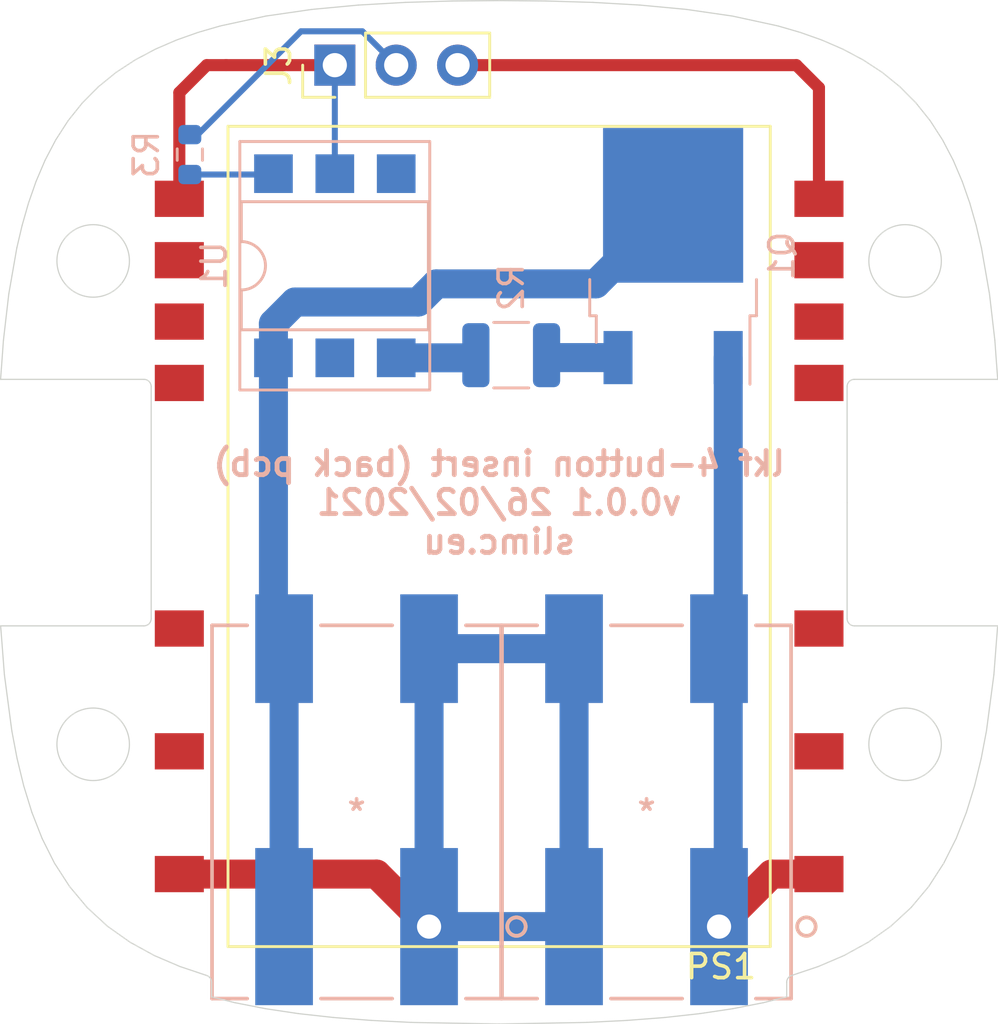
<source format=kicad_pcb>
(kicad_pcb (version 20171130) (host pcbnew 5.1.9-73d0e3b20d~88~ubuntu20.04.1)

  (general
    (thickness 1.6)
    (drawings 109)
    (tracks 40)
    (zones 0)
    (modules 8)
    (nets 12)
  )

  (page A4)
  (layers
    (0 F.Cu signal)
    (31 B.Cu signal)
    (32 B.Adhes user)
    (33 F.Adhes user)
    (34 B.Paste user)
    (35 F.Paste user)
    (36 B.SilkS user)
    (37 F.SilkS user)
    (38 B.Mask user)
    (39 F.Mask user)
    (40 Dwgs.User user)
    (41 Cmts.User user)
    (42 Eco1.User user)
    (43 Eco2.User user)
    (44 Edge.Cuts user)
    (45 Margin user)
    (46 B.CrtYd user)
    (47 F.CrtYd user)
    (48 B.Fab user)
    (49 F.Fab user)
  )

  (setup
    (last_trace_width 1.2)
    (user_trace_width 0.5)
    (user_trace_width 1.2)
    (user_trace_width 2)
    (trace_clearance 0.2)
    (zone_clearance 0.508)
    (zone_45_only no)
    (trace_min 0.2)
    (via_size 0.8)
    (via_drill 0.4)
    (via_min_size 0.4)
    (via_min_drill 0.3)
    (uvia_size 0.3)
    (uvia_drill 0.1)
    (uvias_allowed no)
    (uvia_min_size 0.2)
    (uvia_min_drill 0.1)
    (edge_width 0.05)
    (segment_width 0.2)
    (pcb_text_width 0.3)
    (pcb_text_size 1.5 1.5)
    (mod_edge_width 0.12)
    (mod_text_size 1 1)
    (mod_text_width 0.15)
    (pad_size 1 1)
    (pad_drill 0)
    (pad_to_mask_clearance 0.051)
    (solder_mask_min_width 0.25)
    (aux_axis_origin 0 0)
    (grid_origin 78.3 43.85)
    (visible_elements FFFFFF7F)
    (pcbplotparams
      (layerselection 0x010fc_ffffffff)
      (usegerberextensions false)
      (usegerberattributes false)
      (usegerberadvancedattributes false)
      (creategerberjobfile false)
      (excludeedgelayer true)
      (linewidth 0.100000)
      (plotframeref false)
      (viasonmask false)
      (mode 1)
      (useauxorigin false)
      (hpglpennumber 1)
      (hpglpenspeed 20)
      (hpglpendiameter 15.000000)
      (psnegative false)
      (psa4output false)
      (plotreference true)
      (plotvalue true)
      (plotinvisibletext false)
      (padsonsilk false)
      (subtractmaskfromsilk false)
      (outputformat 1)
      (mirror false)
      (drillshape 1)
      (scaleselection 1)
      (outputdirectory ""))
  )

  (net 0 "")
  (net 1 GND)
  (net 2 +3V3)
  (net 3 "Net-(J1-Pad2)")
  (net 4 "Net-(J1-Pad1)")
  (net 5 "Net-(Q1-Pad3)")
  (net 6 "Net-(J2-Pad1)")
  (net 7 "Net-(R2-Pad2)")
  (net 8 "Net-(R3-Pad1)")
  (net 9 "Net-(U1-Pad3)")
  (net 10 "Net-(U1-Pad5)")
  (net 11 "Net-(J3-Pad2)")

  (net_class Default "This is the default net class."
    (clearance 0.2)
    (trace_width 0.25)
    (via_dia 0.8)
    (via_drill 0.4)
    (uvia_dia 0.3)
    (uvia_drill 0.1)
    (add_net +3V3)
    (add_net GND)
    (add_net "Net-(J1-Pad1)")
    (add_net "Net-(J1-Pad2)")
    (add_net "Net-(J2-Pad1)")
    (add_net "Net-(J3-Pad2)")
    (add_net "Net-(Q1-Pad3)")
    (add_net "Net-(R2-Pad2)")
    (add_net "Net-(R3-Pad1)")
    (add_net "Net-(U1-Pad3)")
    (add_net "Net-(U1-Pad5)")
  )

  (module Resistor_SMD:R_1210_3225Metric (layer B.Cu) (tedit 5F68FEEE) (tstamp 6038C14E)
    (at 78.8 37.75 180)
    (descr "Resistor SMD 1210 (3225 Metric), square (rectangular) end terminal, IPC_7351 nominal, (Body size source: IPC-SM-782 page 72, https://www.pcb-3d.com/wordpress/wp-content/uploads/ipc-sm-782a_amendment_1_and_2.pdf), generated with kicad-footprint-generator")
    (tags resistor)
    (path /604BA65D)
    (attr smd)
    (fp_text reference R2 (at 0 2.8 90) (layer B.SilkS)
      (effects (font (size 1 1) (thickness 0.15)) (justify mirror))
    )
    (fp_text value 330R (at 0 -2.28 90) (layer B.Fab)
      (effects (font (size 1 1) (thickness 0.15)) (justify mirror))
    )
    (fp_line (start -1.6 -1.245) (end -1.6 1.245) (layer B.Fab) (width 0.1))
    (fp_line (start -1.6 1.245) (end 1.6 1.245) (layer B.Fab) (width 0.1))
    (fp_line (start 1.6 1.245) (end 1.6 -1.245) (layer B.Fab) (width 0.1))
    (fp_line (start 1.6 -1.245) (end -1.6 -1.245) (layer B.Fab) (width 0.1))
    (fp_line (start -0.723737 1.355) (end 0.723737 1.355) (layer B.SilkS) (width 0.12))
    (fp_line (start -0.723737 -1.355) (end 0.723737 -1.355) (layer B.SilkS) (width 0.12))
    (fp_line (start -2.28 -1.58) (end -2.28 1.58) (layer B.CrtYd) (width 0.05))
    (fp_line (start -2.28 1.58) (end 2.28 1.58) (layer B.CrtYd) (width 0.05))
    (fp_line (start 2.28 1.58) (end 2.28 -1.58) (layer B.CrtYd) (width 0.05))
    (fp_line (start 2.28 -1.58) (end -2.28 -1.58) (layer B.CrtYd) (width 0.05))
    (fp_text user %R (at 0 0) (layer B.Fab)
      (effects (font (size 0.8 0.8) (thickness 0.12)) (justify mirror))
    )
    (pad 2 smd roundrect (at 1.4625 0 180) (size 1.125 2.65) (layers B.Cu B.Paste B.Mask) (roundrect_rratio 0.222222)
      (net 7 "Net-(R2-Pad2)"))
    (pad 1 smd roundrect (at -1.4625 0 180) (size 1.125 2.65) (layers B.Cu B.Paste B.Mask) (roundrect_rratio 0.222222)
      (net 5 "Net-(Q1-Pad3)"))
    (model ${KISYS3DMOD}/Resistor_SMD.3dshapes/R_1210_3225Metric.wrl
      (at (xyz 0 0 0))
      (scale (xyz 1 1 1))
      (rotate (xyz 0 0 0))
    )
  )

  (module WAGO_2061_602:2061-602_998-404 (layer B.Cu) (tedit 60356F0F) (tstamp 60384BC1)
    (at 84.4 56.65 180)
    (path /603E8E83)
    (fp_text reference J2 (at 0 1.006551) (layer B.SilkS) hide
      (effects (font (size 1 1) (thickness 0.15)) (justify mirror))
    )
    (fp_text value Mains_In_Conn (at 0 1.006551) (layer B.SilkS) hide
      (effects (font (size 1 1) (thickness 0.15)) (justify mirror))
    )
    (fp_circle (center -3.000002 1.006551) (end -2.619002 1.006551) (layer B.Fab) (width 0.1524))
    (fp_circle (center -6.6167 -4.743448) (end -6.2357 -4.743448) (layer F.SilkS) (width 0.1524))
    (fp_circle (center -6.6167 -4.743448) (end -6.2357 -4.743448) (layer B.SilkS) (width 0.1524))
    (fp_line (start 4.408351 -8.233083) (end 4.408351 -7.795766) (layer B.CrtYd) (width 0.1524))
    (fp_line (start 4.408351 -8.233083) (end 4.408351 -8.233083) (layer B.CrtYd) (width 0.1524))
    (fp_line (start 4.408351 -8.233083) (end 4.408351 -8.233083) (layer B.CrtYd) (width 0.1524))
    (fp_line (start 4.408351 -8.233083) (end 4.408351 -8.233083) (layer B.CrtYd) (width 0.1524))
    (fp_line (start -1.718652 -8.233083) (end 4.408351 -8.233083) (layer B.CrtYd) (width 0.1524))
    (fp_line (start -4.408352 -8.233082) (end -1.718652 -8.233083) (layer B.CrtYd) (width 0.1524))
    (fp_line (start -4.408352 -7.795764) (end -4.408352 -8.233082) (layer B.CrtYd) (width 0.1524))
    (fp_line (start -6.009778 -7.795763) (end -4.408352 -7.795764) (layer B.CrtYd) (width 0.1524))
    (fp_line (start -6.009778 7.795764) (end -6.009778 -7.795763) (layer B.CrtYd) (width 0.1524))
    (fp_line (start -4.439936 7.795764) (end -6.009778 7.795764) (layer B.CrtYd) (width 0.1524))
    (fp_line (start -4.439936 9.228777) (end -4.439936 7.795764) (layer B.CrtYd) (width 0.1524))
    (fp_line (start -4.439936 9.228777) (end -4.439936 9.228777) (layer B.CrtYd) (width 0.1524))
    (fp_line (start -4.439936 9.228777) (end -4.439936 9.228777) (layer B.CrtYd) (width 0.1524))
    (fp_line (start -4.439936 9.228777) (end -4.439936 9.228777) (layer B.CrtYd) (width 0.1524))
    (fp_line (start 1.687067 9.228777) (end -4.439936 9.228777) (layer B.CrtYd) (width 0.1524))
    (fp_line (start 4.312936 9.228777) (end 1.687067 9.228777) (layer B.CrtYd) (width 0.1524))
    (fp_line (start 4.312936 7.795764) (end 4.312936 9.228777) (layer B.CrtYd) (width 0.1524))
    (fp_line (start 6.009778 7.795764) (end 4.312936 7.795764) (layer B.CrtYd) (width 0.1524))
    (fp_line (start 6.009775 -7.795766) (end 6.009778 7.795764) (layer B.CrtYd) (width 0.1524))
    (fp_line (start 4.408351 -7.795766) (end 6.009775 -7.795766) (layer B.CrtYd) (width 0.1524))
    (fp_line (start -5.8547 7.5946) (end -5.8547 -7.5946) (layer B.Fab) (width 0.1524))
    (fp_line (start 5.8547 7.5946) (end -5.8547 7.5946) (layer B.Fab) (width 0.1524))
    (fp_line (start 5.8547 -7.5946) (end 5.8547 7.5946) (layer B.Fab) (width 0.1524))
    (fp_line (start -5.8547 -7.5946) (end 5.8547 -7.5946) (layer B.Fab) (width 0.1524))
    (fp_line (start -5.9817 7.7216) (end -5.9817 -7.7216) (layer B.SilkS) (width 0.1524))
    (fp_line (start 5.9817 7.7216) (end 4.526542 7.7216) (layer B.SilkS) (width 0.1524))
    (fp_line (start 5.9817 -7.7216) (end 5.9817 7.7216) (layer B.SilkS) (width 0.1524))
    (fp_line (start -5.9817 -7.7216) (end -4.526542 -7.7216) (layer B.SilkS) (width 0.1524))
    (fp_line (start 1.473462 7.7216) (end -1.473462 7.7216) (layer B.SilkS) (width 0.1524))
    (fp_line (start -4.526542 7.7216) (end -5.9817 7.7216) (layer B.SilkS) (width 0.1524))
    (fp_line (start 4.526542 -7.7216) (end 5.9817 -7.7216) (layer B.SilkS) (width 0.1524))
    (fp_line (start -1.473462 -7.7216) (end 1.473462 -7.7216) (layer B.SilkS) (width 0.1524))
    (fp_text user * (at 0 0) (layer B.Fab)
      (effects (font (size 1 1) (thickness 0.15)) (justify mirror))
    )
    (fp_text user * (at 0 0) (layer B.SilkS)
      (effects (font (size 1 1) (thickness 0.15)) (justify mirror))
    )
    (fp_text user "Copyright 2016 Accelerated Designs. All rights reserved." (at 0 0) (layer Cmts.User)
      (effects (font (size 0.127 0.127) (thickness 0.002)))
    )
    (pad 2 smd rect (at 3.000002 6.75655 180) (size 2.3876 4.4958) (layers B.Cu B.Paste B.Mask)
      (net 4 "Net-(J1-Pad1)"))
    (pad 1 smd rect (at -3.000002 6.75655 180) (size 2.3876 4.4958) (layers B.Cu B.Paste B.Mask)
      (net 6 "Net-(J2-Pad1)"))
    (pad 2 smd rect (at 3.000002 -4.743448 180) (size 2.3876 6.5024) (layers B.Cu B.Paste B.Mask)
      (net 4 "Net-(J1-Pad1)"))
    (pad 1 smd rect (at -3.000002 -4.743448 180) (size 2.3876 6.5024) (layers B.Cu B.Paste B.Mask)
      (net 6 "Net-(J2-Pad1)"))
    (model /home/christian/Projects/smart-home-projects/utilities/kicad-libs/WAGO_2061_602/WAGO_2061_602.models/2061-602_998-404.stp
      (offset (xyz 5.8 -7.4 0))
      (scale (xyz 1 1 1))
      (rotate (xyz -90 0 90))
    )
  )

  (module WAGO_2061_602:2061-602_998-404 (layer B.Cu) (tedit 60356F0F) (tstamp 60384CEA)
    (at 72.4 56.65 180)
    (path /603ED863)
    (fp_text reference J1 (at 0 1.006551) (layer B.SilkS) hide
      (effects (font (size 1 1) (thickness 0.15)) (justify mirror))
    )
    (fp_text value Mains_Out_Conn (at 0 1.006551) (layer B.SilkS) hide
      (effects (font (size 1 1) (thickness 0.15)) (justify mirror))
    )
    (fp_circle (center -3.000002 1.006551) (end -2.619002 1.006551) (layer B.Fab) (width 0.1524))
    (fp_circle (center -6.6167 -4.743448) (end -6.2357 -4.743448) (layer F.SilkS) (width 0.1524))
    (fp_circle (center -6.6167 -4.743448) (end -6.2357 -4.743448) (layer B.SilkS) (width 0.1524))
    (fp_line (start 4.408351 -8.233083) (end 4.408351 -7.795766) (layer B.CrtYd) (width 0.1524))
    (fp_line (start 4.408351 -8.233083) (end 4.408351 -8.233083) (layer B.CrtYd) (width 0.1524))
    (fp_line (start 4.408351 -8.233083) (end 4.408351 -8.233083) (layer B.CrtYd) (width 0.1524))
    (fp_line (start 4.408351 -8.233083) (end 4.408351 -8.233083) (layer B.CrtYd) (width 0.1524))
    (fp_line (start -1.718652 -8.233083) (end 4.408351 -8.233083) (layer B.CrtYd) (width 0.1524))
    (fp_line (start -4.408352 -8.233082) (end -1.718652 -8.233083) (layer B.CrtYd) (width 0.1524))
    (fp_line (start -4.408352 -7.795764) (end -4.408352 -8.233082) (layer B.CrtYd) (width 0.1524))
    (fp_line (start -6.009778 -7.795763) (end -4.408352 -7.795764) (layer B.CrtYd) (width 0.1524))
    (fp_line (start -6.009778 7.795764) (end -6.009778 -7.795763) (layer B.CrtYd) (width 0.1524))
    (fp_line (start -4.439936 7.795764) (end -6.009778 7.795764) (layer B.CrtYd) (width 0.1524))
    (fp_line (start -4.439936 9.228777) (end -4.439936 7.795764) (layer B.CrtYd) (width 0.1524))
    (fp_line (start -4.439936 9.228777) (end -4.439936 9.228777) (layer B.CrtYd) (width 0.1524))
    (fp_line (start -4.439936 9.228777) (end -4.439936 9.228777) (layer B.CrtYd) (width 0.1524))
    (fp_line (start -4.439936 9.228777) (end -4.439936 9.228777) (layer B.CrtYd) (width 0.1524))
    (fp_line (start 1.687067 9.228777) (end -4.439936 9.228777) (layer B.CrtYd) (width 0.1524))
    (fp_line (start 4.312936 9.228777) (end 1.687067 9.228777) (layer B.CrtYd) (width 0.1524))
    (fp_line (start 4.312936 7.795764) (end 4.312936 9.228777) (layer B.CrtYd) (width 0.1524))
    (fp_line (start 6.009778 7.795764) (end 4.312936 7.795764) (layer B.CrtYd) (width 0.1524))
    (fp_line (start 6.009775 -7.795766) (end 6.009778 7.795764) (layer B.CrtYd) (width 0.1524))
    (fp_line (start 4.408351 -7.795766) (end 6.009775 -7.795766) (layer B.CrtYd) (width 0.1524))
    (fp_line (start -5.8547 7.5946) (end -5.8547 -7.5946) (layer B.Fab) (width 0.1524))
    (fp_line (start 5.8547 7.5946) (end -5.8547 7.5946) (layer B.Fab) (width 0.1524))
    (fp_line (start 5.8547 -7.5946) (end 5.8547 7.5946) (layer B.Fab) (width 0.1524))
    (fp_line (start -5.8547 -7.5946) (end 5.8547 -7.5946) (layer B.Fab) (width 0.1524))
    (fp_line (start -5.9817 7.7216) (end -5.9817 -7.7216) (layer B.SilkS) (width 0.1524))
    (fp_line (start 5.9817 7.7216) (end 4.526542 7.7216) (layer B.SilkS) (width 0.1524))
    (fp_line (start 5.9817 -7.7216) (end 5.9817 7.7216) (layer B.SilkS) (width 0.1524))
    (fp_line (start -5.9817 -7.7216) (end -4.526542 -7.7216) (layer B.SilkS) (width 0.1524))
    (fp_line (start 1.473462 7.7216) (end -1.473462 7.7216) (layer B.SilkS) (width 0.1524))
    (fp_line (start -4.526542 7.7216) (end -5.9817 7.7216) (layer B.SilkS) (width 0.1524))
    (fp_line (start 4.526542 -7.7216) (end 5.9817 -7.7216) (layer B.SilkS) (width 0.1524))
    (fp_line (start -1.473462 -7.7216) (end 1.473462 -7.7216) (layer B.SilkS) (width 0.1524))
    (fp_text user * (at 0 0 180) (layer B.Fab)
      (effects (font (size 1 1) (thickness 0.15)) (justify mirror))
    )
    (fp_text user * (at 0 0 180) (layer B.SilkS)
      (effects (font (size 1 1) (thickness 0.15)) (justify mirror))
    )
    (fp_text user "Copyright 2016 Accelerated Designs. All rights reserved." (at 0 0) (layer Cmts.User)
      (effects (font (size 0.127 0.127) (thickness 0.002)))
    )
    (pad 2 smd rect (at 3.000002 6.75655 180) (size 2.3876 4.4958) (layers B.Cu B.Paste B.Mask)
      (net 3 "Net-(J1-Pad2)"))
    (pad 1 smd rect (at -3.000002 6.75655 180) (size 2.3876 4.4958) (layers B.Cu B.Paste B.Mask)
      (net 4 "Net-(J1-Pad1)"))
    (pad 2 smd rect (at 3.000002 -4.743448 180) (size 2.3876 6.5024) (layers B.Cu B.Paste B.Mask)
      (net 3 "Net-(J1-Pad2)"))
    (pad 1 smd rect (at -3.000002 -4.743448 180) (size 2.3876 6.5024) (layers B.Cu B.Paste B.Mask)
      (net 4 "Net-(J1-Pad1)"))
    (model /home/christian/Projects/smart-home-projects/utilities/kicad-libs/WAGO_2061_602/WAGO_2061_602.models/2061-602_998-404.stp
      (offset (xyz 5.8 -7.4 0))
      (scale (xyz 1 1 1))
      (rotate (xyz -90 0 90))
    )
  )

  (module Resistor_SMD:R_0603_1608Metric (layer B.Cu) (tedit 5F68FEEE) (tstamp 6033DFEC)
    (at 65.5 29.45 90)
    (descr "Resistor SMD 0603 (1608 Metric), square (rectangular) end terminal, IPC_7351 nominal, (Body size source: IPC-SM-782 page 72, https://www.pcb-3d.com/wordpress/wp-content/uploads/ipc-sm-782a_amendment_1_and_2.pdf), generated with kicad-footprint-generator")
    (tags resistor)
    (path /60487F72)
    (attr smd)
    (fp_text reference R3 (at 0 -1.8 90) (layer B.SilkS)
      (effects (font (size 1 1) (thickness 0.15)) (justify mirror))
    )
    (fp_text value 430R (at 0 -1.43 90) (layer B.Fab)
      (effects (font (size 1 1) (thickness 0.15)) (justify mirror))
    )
    (fp_line (start -0.8 -0.4125) (end -0.8 0.4125) (layer B.Fab) (width 0.1))
    (fp_line (start -0.8 0.4125) (end 0.8 0.4125) (layer B.Fab) (width 0.1))
    (fp_line (start 0.8 0.4125) (end 0.8 -0.4125) (layer B.Fab) (width 0.1))
    (fp_line (start 0.8 -0.4125) (end -0.8 -0.4125) (layer B.Fab) (width 0.1))
    (fp_line (start -0.237258 0.5225) (end 0.237258 0.5225) (layer B.SilkS) (width 0.12))
    (fp_line (start -0.237258 -0.5225) (end 0.237258 -0.5225) (layer B.SilkS) (width 0.12))
    (fp_line (start -1.48 -0.73) (end -1.48 0.73) (layer B.CrtYd) (width 0.05))
    (fp_line (start -1.48 0.73) (end 1.48 0.73) (layer B.CrtYd) (width 0.05))
    (fp_line (start 1.48 0.73) (end 1.48 -0.73) (layer B.CrtYd) (width 0.05))
    (fp_line (start 1.48 -0.73) (end -1.48 -0.73) (layer B.CrtYd) (width 0.05))
    (fp_text user %R (at 0 0 90) (layer B.Fab)
      (effects (font (size 0.4 0.4) (thickness 0.06)) (justify mirror))
    )
    (pad 2 smd roundrect (at 0.825 0 90) (size 0.8 0.95) (layers B.Cu B.Paste B.Mask) (roundrect_rratio 0.25)
      (net 11 "Net-(J3-Pad2)"))
    (pad 1 smd roundrect (at -0.825 0 90) (size 0.8 0.95) (layers B.Cu B.Paste B.Mask) (roundrect_rratio 0.25)
      (net 8 "Net-(R3-Pad1)"))
    (model ${KISYS3DMOD}/Resistor_SMD.3dshapes/R_0603_1608Metric.wrl
      (at (xyz 0 0 0))
      (scale (xyz 1 1 1))
      (rotate (xyz 0 0 0))
    )
  )

  (module Package_DIP:DIP-6_W7.62mm_SMDSocket_SmallPads (layer B.Cu) (tedit 5A02E8C5) (tstamp 6035F464)
    (at 71.5 34.05 270)
    (descr "6-lead though-hole mounted DIP package, row spacing 7.62 mm (300 mils), SMDSocket, SmallPads")
    (tags "THT DIP DIL PDIP 2.54mm 7.62mm 300mil SMDSocket SmallPads")
    (path /5FF89C09)
    (attr smd)
    (fp_text reference U1 (at 0 5 270) (layer B.SilkS)
      (effects (font (size 1 1) (thickness 0.15)) (justify mirror))
    )
    (fp_text value MOC3033M (at 0 -4.87 270) (layer B.Fab)
      (effects (font (size 1 1) (thickness 0.15)) (justify mirror))
    )
    (fp_line (start 5.35 4.15) (end -5.35 4.15) (layer B.CrtYd) (width 0.05))
    (fp_line (start 5.35 -4.15) (end 5.35 4.15) (layer B.CrtYd) (width 0.05))
    (fp_line (start -5.35 -4.15) (end 5.35 -4.15) (layer B.CrtYd) (width 0.05))
    (fp_line (start -5.35 4.15) (end -5.35 -4.15) (layer B.CrtYd) (width 0.05))
    (fp_line (start 5.14 3.93) (end -5.14 3.93) (layer B.SilkS) (width 0.12))
    (fp_line (start 5.14 -3.93) (end 5.14 3.93) (layer B.SilkS) (width 0.12))
    (fp_line (start -5.14 -3.93) (end 5.14 -3.93) (layer B.SilkS) (width 0.12))
    (fp_line (start -5.14 3.93) (end -5.14 -3.93) (layer B.SilkS) (width 0.12))
    (fp_line (start 2.65 3.87) (end 1 3.87) (layer B.SilkS) (width 0.12))
    (fp_line (start 2.65 -3.87) (end 2.65 3.87) (layer B.SilkS) (width 0.12))
    (fp_line (start -2.65 -3.87) (end 2.65 -3.87) (layer B.SilkS) (width 0.12))
    (fp_line (start -2.65 3.87) (end -2.65 -3.87) (layer B.SilkS) (width 0.12))
    (fp_line (start -1 3.87) (end -2.65 3.87) (layer B.SilkS) (width 0.12))
    (fp_line (start 5.08 3.87) (end -5.08 3.87) (layer B.Fab) (width 0.1))
    (fp_line (start 5.08 -3.87) (end 5.08 3.87) (layer B.Fab) (width 0.1))
    (fp_line (start -5.08 -3.87) (end 5.08 -3.87) (layer B.Fab) (width 0.1))
    (fp_line (start -5.08 3.87) (end -5.08 -3.87) (layer B.Fab) (width 0.1))
    (fp_line (start -3.175 2.81) (end -2.175 3.81) (layer B.Fab) (width 0.1))
    (fp_line (start -3.175 -3.81) (end -3.175 2.81) (layer B.Fab) (width 0.1))
    (fp_line (start 3.175 -3.81) (end -3.175 -3.81) (layer B.Fab) (width 0.1))
    (fp_line (start 3.175 3.81) (end 3.175 -3.81) (layer B.Fab) (width 0.1))
    (fp_line (start -2.175 3.81) (end 3.175 3.81) (layer B.Fab) (width 0.1))
    (fp_text user %R (at 0 0 270) (layer B.Fab)
      (effects (font (size 1 1) (thickness 0.15)) (justify mirror))
    )
    (fp_arc (start 0 3.87) (end -1 3.87) (angle 180) (layer B.SilkS) (width 0.12))
    (pad 6 smd rect (at 3.81 2.54 270) (size 1.6 1.6) (layers B.Cu B.Paste B.Mask)
      (net 3 "Net-(J1-Pad2)"))
    (pad 3 smd rect (at -3.81 -2.54 270) (size 1.6 1.6) (layers B.Cu B.Paste B.Mask)
      (net 9 "Net-(U1-Pad3)"))
    (pad 5 smd rect (at 3.81 0 270) (size 1.6 1.6) (layers B.Cu B.Paste B.Mask)
      (net 10 "Net-(U1-Pad5)"))
    (pad 2 smd rect (at -3.81 0 270) (size 1.6 1.6) (layers B.Cu B.Paste B.Mask)
      (net 1 GND))
    (pad 4 smd rect (at 3.81 -2.54 270) (size 1.6 1.6) (layers B.Cu B.Paste B.Mask)
      (net 7 "Net-(R2-Pad2)"))
    (pad 1 smd rect (at -3.81 2.54 270) (size 1.6 1.6) (layers B.Cu B.Paste B.Mask)
      (net 8 "Net-(R3-Pad1)"))
    (model ${KISYS3DMOD}/Package_DIP.3dshapes/DIP-6_W7.62mm_SMDSocket.wrl
      (at (xyz 0 0 0))
      (scale (xyz 1 1 1))
      (rotate (xyz 0 0 0))
    )
  )

  (module Connector_PinHeader_2.54mm:PinHeader_1x03_P2.54mm_Vertical (layer F.Cu) (tedit 59FED5CC) (tstamp 60385323)
    (at 71.5 25.75 90)
    (descr "Through hole straight pin header, 1x03, 2.54mm pitch, single row")
    (tags "Through hole pin header THT 1x03 2.54mm single row")
    (path /6033B87E)
    (fp_text reference J3 (at 0 -2.33 90) (layer F.SilkS)
      (effects (font (size 1 1) (thickness 0.15)))
    )
    (fp_text value Inter_PCB_Conn (at -4.65 2.6 90) (layer F.Fab)
      (effects (font (size 1 1) (thickness 0.15)))
    )
    (fp_line (start -0.635 -1.27) (end 1.27 -1.27) (layer F.Fab) (width 0.1))
    (fp_line (start 1.27 -1.27) (end 1.27 6.35) (layer F.Fab) (width 0.1))
    (fp_line (start 1.27 6.35) (end -1.27 6.35) (layer F.Fab) (width 0.1))
    (fp_line (start -1.27 6.35) (end -1.27 -0.635) (layer F.Fab) (width 0.1))
    (fp_line (start -1.27 -0.635) (end -0.635 -1.27) (layer F.Fab) (width 0.1))
    (fp_line (start -1.33 6.41) (end 1.33 6.41) (layer F.SilkS) (width 0.12))
    (fp_line (start -1.33 1.27) (end -1.33 6.41) (layer F.SilkS) (width 0.12))
    (fp_line (start 1.33 1.27) (end 1.33 6.41) (layer F.SilkS) (width 0.12))
    (fp_line (start -1.33 1.27) (end 1.33 1.27) (layer F.SilkS) (width 0.12))
    (fp_line (start -1.33 0) (end -1.33 -1.33) (layer F.SilkS) (width 0.12))
    (fp_line (start -1.33 -1.33) (end 0 -1.33) (layer F.SilkS) (width 0.12))
    (fp_line (start -1.8 -1.8) (end -1.8 6.85) (layer F.CrtYd) (width 0.05))
    (fp_line (start -1.8 6.85) (end 1.8 6.85) (layer F.CrtYd) (width 0.05))
    (fp_line (start 1.8 6.85) (end 1.8 -1.8) (layer F.CrtYd) (width 0.05))
    (fp_line (start 1.8 -1.8) (end -1.8 -1.8) (layer F.CrtYd) (width 0.05))
    (fp_text user %R (at 0 2.54) (layer F.Fab)
      (effects (font (size 1 1) (thickness 0.15)))
    )
    (pad 3 thru_hole oval (at 0 5.08 90) (size 1.7 1.7) (drill 1) (layers *.Cu *.Mask)
      (net 2 +3V3))
    (pad 2 thru_hole oval (at 0 2.54 90) (size 1.7 1.7) (drill 1) (layers *.Cu *.Mask)
      (net 11 "Net-(J3-Pad2)"))
    (pad 1 thru_hole rect (at 0 0 90) (size 1.7 1.7) (drill 1) (layers *.Cu *.Mask)
      (net 1 GND))
    (model ${KISYS3DMOD}/Connector_PinHeader_2.54mm.3dshapes/PinHeader_1x03_P2.54mm_Vertical.wrl
      (at (xyz 0 0 0))
      (scale (xyz 1 1 1))
      (rotate (xyz 0 0 0))
    )
  )

  (module Package_TO_SOT_SMD:TO-252-2 (layer B.Cu) (tedit 5A70A390) (tstamp 6038C314)
    (at 85.5 33.65 90)
    (descr "TO-252 / DPAK SMD package, http://www.infineon.com/cms/en/product/packages/PG-TO252/PG-TO252-3-1/")
    (tags "DPAK TO-252 DPAK-3 TO-252-3 SOT-428")
    (path /5FF8A8D5)
    (attr smd)
    (fp_text reference Q1 (at 0 4.5 90) (layer B.SilkS)
      (effects (font (size 1 1) (thickness 0.15)) (justify mirror))
    )
    (fp_text value BT136-500 (at 0 -4.5 90) (layer B.Fab)
      (effects (font (size 1 1) (thickness 0.15)) (justify mirror))
    )
    (fp_line (start 3.95 2.7) (end 4.95 2.7) (layer B.Fab) (width 0.1))
    (fp_line (start 4.95 2.7) (end 4.95 -2.7) (layer B.Fab) (width 0.1))
    (fp_line (start 4.95 -2.7) (end 3.95 -2.7) (layer B.Fab) (width 0.1))
    (fp_line (start 3.95 3.25) (end 3.95 -3.25) (layer B.Fab) (width 0.1))
    (fp_line (start 3.95 -3.25) (end -2.27 -3.25) (layer B.Fab) (width 0.1))
    (fp_line (start -2.27 -3.25) (end -2.27 2.25) (layer B.Fab) (width 0.1))
    (fp_line (start -2.27 2.25) (end -1.27 3.25) (layer B.Fab) (width 0.1))
    (fp_line (start -1.27 3.25) (end 3.95 3.25) (layer B.Fab) (width 0.1))
    (fp_line (start -1.865 2.655) (end -4.97 2.655) (layer B.Fab) (width 0.1))
    (fp_line (start -4.97 2.655) (end -4.97 1.905) (layer B.Fab) (width 0.1))
    (fp_line (start -4.97 1.905) (end -2.27 1.905) (layer B.Fab) (width 0.1))
    (fp_line (start -2.27 -1.905) (end -4.97 -1.905) (layer B.Fab) (width 0.1))
    (fp_line (start -4.97 -1.905) (end -4.97 -2.655) (layer B.Fab) (width 0.1))
    (fp_line (start -4.97 -2.655) (end -2.27 -2.655) (layer B.Fab) (width 0.1))
    (fp_line (start -0.97 3.45) (end -2.47 3.45) (layer B.SilkS) (width 0.12))
    (fp_line (start -2.47 3.45) (end -2.47 3.18) (layer B.SilkS) (width 0.12))
    (fp_line (start -2.47 3.18) (end -5.3 3.18) (layer B.SilkS) (width 0.12))
    (fp_line (start -0.97 -3.45) (end -2.47 -3.45) (layer B.SilkS) (width 0.12))
    (fp_line (start -2.47 -3.45) (end -2.47 -3.18) (layer B.SilkS) (width 0.12))
    (fp_line (start -2.47 -3.18) (end -3.57 -3.18) (layer B.SilkS) (width 0.12))
    (fp_line (start -5.55 3.5) (end -5.55 -3.5) (layer B.CrtYd) (width 0.05))
    (fp_line (start -5.55 -3.5) (end 5.55 -3.5) (layer B.CrtYd) (width 0.05))
    (fp_line (start 5.55 -3.5) (end 5.55 3.5) (layer B.CrtYd) (width 0.05))
    (fp_line (start 5.55 3.5) (end -5.55 3.5) (layer B.CrtYd) (width 0.05))
    (fp_text user %R (at 0 0 90) (layer B.Fab)
      (effects (font (size 1 1) (thickness 0.15)) (justify mirror))
    )
    (pad "" smd rect (at 0.425 -1.525 90) (size 3.05 2.75) (layers B.Paste))
    (pad "" smd rect (at 3.775 1.525 90) (size 3.05 2.75) (layers B.Paste))
    (pad "" smd rect (at 0.425 1.525 90) (size 3.05 2.75) (layers B.Paste))
    (pad "" smd rect (at 3.775 -1.525 90) (size 3.05 2.75) (layers B.Paste))
    (pad 2 smd rect (at 2.1 0 90) (size 6.4 5.8) (layers B.Cu B.Mask)
      (net 3 "Net-(J1-Pad2)"))
    (pad 3 smd rect (at -4.2 -2.28 90) (size 2.2 1.2) (layers B.Cu B.Paste B.Mask)
      (net 5 "Net-(Q1-Pad3)"))
    (pad 1 smd rect (at -4.2 2.28 90) (size 2.2 1.2) (layers B.Cu B.Paste B.Mask)
      (net 6 "Net-(J2-Pad1)"))
    (model ${KISYS3DMOD}/Package_TO_SOT_SMD.3dshapes/TO-252-2.wrl
      (at (xyz 0 0 0))
      (scale (xyz 1 1 1))
      (rotate (xyz 0 0 0))
    )
  )

  (module Converter_ACDC:Converter_ACDC_MeanWell_IRM-02-xx_SMD locked (layer F.Cu) (tedit 5B57271E) (tstamp 6033DEEB)
    (at 78.3 45.25 180)
    (descr "ACDC-Converter, 3W, Meanwell, IRM-02, SMD, https://www.meanwell.com/Upload/PDF/IRM-02/IRM-02-SPEC.PDF")
    (tags "ACDC-Converter 3W")
    (path /603368FD)
    (attr smd)
    (fp_text reference PS1 (at -9.18 -17.8) (layer F.SilkS)
      (effects (font (size 1 1) (thickness 0.15)))
    )
    (fp_text value IRM-02-3.3S (at 0 17.9) (layer F.Fab)
      (effects (font (size 1 1) (thickness 0.15)))
    )
    (fp_line (start 11.22 -16.97) (end 11.22 16.97) (layer F.SilkS) (width 0.12))
    (fp_line (start 11.22 16.97) (end -11.22 16.97) (layer F.SilkS) (width 0.12))
    (fp_line (start -11.22 16.97) (end -11.22 -16.97) (layer F.SilkS) (width 0.12))
    (fp_line (start -11.22 -16.97) (end 11.22 -16.97) (layer F.SilkS) (width 0.12))
    (fp_line (start 14.5 -17.1) (end -14.5 -17.1) (layer F.CrtYd) (width 0.05))
    (fp_line (start -14.5 -17.1) (end -14.5 17.1) (layer F.CrtYd) (width 0.05))
    (fp_line (start -14.5 17.1) (end 14.5 17.1) (layer F.CrtYd) (width 0.05))
    (fp_line (start 14.5 -17.1) (end 14.5 17.1) (layer F.CrtYd) (width 0.05))
    (fp_line (start -11.1 -15.85) (end -11.1 16.85) (layer F.Fab) (width 0.1))
    (fp_line (start -11.1 16.85) (end 11.1 16.85) (layer F.Fab) (width 0.1))
    (fp_line (start 11.1 16.85) (end 11.1 -16.85) (layer F.Fab) (width 0.1))
    (fp_line (start 11.1 -16.85) (end -10.1 -16.85) (layer F.Fab) (width 0.1))
    (fp_line (start -11.1 -15.85) (end -10.1 -16.85) (layer F.Fab) (width 0.1))
    (fp_text user %R (at 0 0) (layer F.Fab)
      (effects (font (size 1 1) (thickness 0.15)))
    )
    (pad 12 smd rect (at -13.235 13.97 90) (size 1.5 2.03) (layers F.Cu F.Paste F.Mask)
      (net 2 +3V3))
    (pad 11 smd rect (at -13.235 11.43 90) (size 1.5 2.03) (layers F.Cu F.Paste F.Mask))
    (pad 10 smd rect (at -13.235 8.89 90) (size 1.5 2.03) (layers F.Cu F.Paste F.Mask))
    (pad 9 smd rect (at -13.235 6.35 90) (size 1.5 2.03) (layers F.Cu F.Paste F.Mask))
    (pad 5 smd rect (at -13.235 -3.81 90) (size 1.5 2.03) (layers F.Cu F.Paste F.Mask))
    (pad 3 smd rect (at -13.235 -8.89 90) (size 1.5 2.03) (layers F.Cu F.Paste F.Mask))
    (pad 1 smd rect (at -13.235 -13.97 90) (size 1.5 2.03) (layers F.Cu F.Paste F.Mask)
      (net 6 "Net-(J2-Pad1)"))
    (pad 13 smd rect (at 13.235 13.97 90) (size 1.5 2.03) (layers F.Cu F.Paste F.Mask)
      (net 1 GND))
    (pad 14 smd rect (at 13.235 11.43 90) (size 1.5 2.03) (layers F.Cu F.Paste F.Mask))
    (pad 15 smd rect (at 13.235 8.89 90) (size 1.5 2.03) (layers F.Cu F.Paste F.Mask))
    (pad 16 smd rect (at 13.235 6.35 90) (size 1.5 2.03) (layers F.Cu F.Paste F.Mask))
    (pad 20 smd rect (at 13.235 -3.81 90) (size 1.5 2.03) (layers F.Cu F.Paste F.Mask))
    (pad 22 smd rect (at 13.235 -8.89 90) (size 1.5 2.03) (layers F.Cu F.Paste F.Mask))
    (pad 24 smd rect (at 13.235 -13.97 90) (size 1.5 2.03) (layers F.Cu F.Paste F.Mask)
      (net 4 "Net-(J1-Pad1)"))
    (model ${KISYS3DMOD}/Converter_ACDC.3dshapes/Converter_ACDC_MeanWell_IRM-02-xx_SMD.wrl
      (at (xyz 0 0 0))
      (scale (xyz 1 1 1))
      (rotate (xyz 0 0 0))
    )
  )

  (gr_text "lkf 4-button insert (back pcb)\nv0.0.1 26/02/2021\nslimc.eu" (at 78.3 43.85) (layer B.SilkS) (tstamp 603626A1)
    (effects (font (size 1 1) (thickness 0.2)) (justify mirror))
  )
  (gr_line (start 78.3 65.421) (end 74.669 65.358) (angle 90) (layer Edge.Cuts) (width 0.05))
  (gr_line (start 74.669 65.358) (end 73.012 65.275) (angle 90) (layer Edge.Cuts) (width 0.05))
  (gr_line (start 73.012 65.275) (end 71.454 65.155) (angle 90) (layer Edge.Cuts) (width 0.05))
  (gr_line (start 71.454 65.155) (end 69.995 64.994) (angle 90) (layer Edge.Cuts) (width 0.05))
  (gr_line (start 69.995 64.994) (end 68.632 64.79) (angle 90) (layer Edge.Cuts) (width 0.05))
  (gr_line (start 68.632 64.79) (end 67.362 64.541) (angle 90) (layer Edge.Cuts) (width 0.05))
  (gr_line (start 67.362 64.541) (end 66.4 64.299) (angle 90) (layer Edge.Cuts) (width 0.05))
  (gr_line (start 66.4 63.7) (end 66.4 64.299) (angle 90) (layer Edge.Cuts) (width 0.05))
  (gr_arc (start 66.1 63.7) (end 66.4 63.7) (angle -71.454) (layer Edge.Cuts) (width 0.05))
  (gr_line (start 65.089 63.044) (end 66.195 63.415) (angle 90) (layer Edge.Cuts) (width 0.05))
  (gr_line (start 64.03 62.591) (end 65.089 63.044) (angle 90) (layer Edge.Cuts) (width 0.05))
  (gr_line (start 63.025 62.039) (end 64.03 62.591) (angle 90) (layer Edge.Cuts) (width 0.05))
  (gr_line (start 62.093 61.379) (end 63.025 62.039) (angle 90) (layer Edge.Cuts) (width 0.05))
  (gr_line (start 61.254 60.607) (end 62.093 61.379) (angle 90) (layer Edge.Cuts) (width 0.05))
  (gr_line (start 60.522 59.733) (end 61.254 60.607) (angle 90) (layer Edge.Cuts) (width 0.05))
  (gr_line (start 59.901 58.772) (end 60.522 59.733) (angle 90) (layer Edge.Cuts) (width 0.05))
  (gr_line (start 59.386 57.746) (end 59.901 58.772) (angle 90) (layer Edge.Cuts) (width 0.05))
  (gr_line (start 58.965 56.671) (end 59.386 57.746) (angle 90) (layer Edge.Cuts) (width 0.05))
  (gr_line (start 58.624 55.564) (end 58.965 56.671) (angle 90) (layer Edge.Cuts) (width 0.05))
  (gr_line (start 58.35 54.435) (end 58.624 55.564) (angle 90) (layer Edge.Cuts) (width 0.05))
  (gr_line (start 58.133 53.292) (end 58.35 54.435) (angle 90) (layer Edge.Cuts) (width 0.05))
  (gr_line (start 57.826 50.971) (end 58.133 53.292) (angle 90) (layer Edge.Cuts) (width 0.05))
  (gr_line (start 57.671 48.95) (end 57.826 50.971) (angle 90) (layer Edge.Cuts) (width 0.05))
  (gr_line (start 57.671 48.95) (end 63.6 48.95) (angle 90) (layer Edge.Cuts) (width 0.05))
  (gr_arc (start 63.6 48.65) (end 63.6 48.95) (angle -90) (layer Edge.Cuts) (width 0.05))
  (gr_line (start 63.9 48.65) (end 63.9 43.85) (angle 90) (layer Edge.Cuts) (width 0.05))
  (gr_line (start 63.9 39.05) (end 63.9 43.85) (angle 90) (layer Edge.Cuts) (width 0.05))
  (gr_arc (start 63.6 39.05) (end 63.9 39.05) (angle -90) (layer Edge.Cuts) (width 0.05))
  (gr_line (start 57.669 38.75) (end 63.6 38.75) (angle 90) (layer Edge.Cuts) (width 0.05))
  (gr_line (start 57.669 38.75) (end 57.786 37.135) (angle 90) (layer Edge.Cuts) (width 0.05))
  (gr_line (start 57.786 37.135) (end 58.008 35.215) (angle 90) (layer Edge.Cuts) (width 0.05))
  (gr_line (start 58.008 35.215) (end 58.34 33.313) (angle 90) (layer Edge.Cuts) (width 0.05))
  (gr_line (start 58.34 33.313) (end 58.559 32.381) (angle 90) (layer Edge.Cuts) (width 0.05))
  (gr_line (start 58.559 32.381) (end 58.822 31.46) (angle 90) (layer Edge.Cuts) (width 0.05))
  (gr_line (start 58.822 31.46) (end 59.137 30.558) (angle 90) (layer Edge.Cuts) (width 0.05))
  (gr_line (start 59.137 30.558) (end 59.51 29.683) (angle 90) (layer Edge.Cuts) (width 0.05))
  (gr_line (start 59.51 29.683) (end 59.95 28.843) (angle 90) (layer Edge.Cuts) (width 0.05))
  (gr_line (start 59.95 28.843) (end 60.462 28.049) (angle 90) (layer Edge.Cuts) (width 0.05))
  (gr_line (start 60.462 28.049) (end 61.051 27.313) (angle 90) (layer Edge.Cuts) (width 0.05))
  (gr_line (start 61.051 27.313) (end 61.714 26.645) (angle 90) (layer Edge.Cuts) (width 0.05))
  (gr_line (start 61.714 26.645) (end 62.445 26.051) (angle 90) (layer Edge.Cuts) (width 0.05))
  (gr_line (start 62.445 26.051) (end 63.235 25.534) (angle 90) (layer Edge.Cuts) (width 0.05))
  (gr_line (start 63.235 25.534) (end 64.072 25.089) (angle 90) (layer Edge.Cuts) (width 0.05))
  (gr_line (start 64.072 25.089) (end 64.945 24.711) (angle 90) (layer Edge.Cuts) (width 0.05))
  (gr_line (start 64.945 24.711) (end 65.845 24.393) (angle 90) (layer Edge.Cuts) (width 0.05))
  (gr_line (start 65.845 24.393) (end 66.762 24.127) (angle 90) (layer Edge.Cuts) (width 0.05))
  (gr_line (start 66.762 24.127) (end 68.645 23.719) (angle 90) (layer Edge.Cuts) (width 0.05))
  (gr_line (start 68.645 23.719) (end 70.554 23.443) (angle 90) (layer Edge.Cuts) (width 0.05))
  (gr_line (start 70.554 23.443) (end 72.481 23.263) (angle 90) (layer Edge.Cuts) (width 0.05))
  (gr_line (start 72.481 23.263) (end 74.416 23.153) (angle 90) (layer Edge.Cuts) (width 0.05))
  (gr_line (start 74.416 23.153) (end 76.357 23.096) (angle 90) (layer Edge.Cuts) (width 0.05))
  (gr_line (start 76.357 23.096) (end 78.3 23.079) (angle 90) (layer Edge.Cuts) (width 0.05))
  (gr_line (start 80.243 23.096) (end 78.3 23.079) (angle 90) (layer Edge.Cuts) (width 0.05))
  (gr_line (start 82.184 23.153) (end 80.243 23.096) (angle 90) (layer Edge.Cuts) (width 0.05))
  (gr_line (start 84.119 23.263) (end 82.184 23.153) (angle 90) (layer Edge.Cuts) (width 0.05))
  (gr_line (start 86.046 23.443) (end 84.119 23.263) (angle 90) (layer Edge.Cuts) (width 0.05))
  (gr_line (start 87.955 23.719) (end 86.046 23.443) (angle 90) (layer Edge.Cuts) (width 0.05))
  (gr_line (start 89.838 24.127) (end 87.955 23.719) (angle 90) (layer Edge.Cuts) (width 0.05))
  (gr_line (start 90.755 24.393) (end 89.838 24.127) (angle 90) (layer Edge.Cuts) (width 0.05))
  (gr_line (start 91.655 24.711) (end 90.755 24.393) (angle 90) (layer Edge.Cuts) (width 0.05))
  (gr_line (start 92.528 25.089) (end 91.655 24.711) (angle 90) (layer Edge.Cuts) (width 0.05))
  (gr_line (start 93.365 25.534) (end 92.528 25.089) (angle 90) (layer Edge.Cuts) (width 0.05))
  (gr_line (start 94.155 26.051) (end 93.365 25.534) (angle 90) (layer Edge.Cuts) (width 0.05))
  (gr_line (start 94.886 26.645) (end 94.155 26.051) (angle 90) (layer Edge.Cuts) (width 0.05))
  (gr_line (start 95.549 27.313) (end 94.886 26.645) (angle 90) (layer Edge.Cuts) (width 0.05))
  (gr_line (start 96.138 28.049) (end 95.549 27.313) (angle 90) (layer Edge.Cuts) (width 0.05))
  (gr_line (start 96.65 28.843) (end 96.138 28.049) (angle 90) (layer Edge.Cuts) (width 0.05))
  (gr_line (start 97.09 29.683) (end 96.65 28.843) (angle 90) (layer Edge.Cuts) (width 0.05))
  (gr_line (start 97.463 30.558) (end 97.09 29.683) (angle 90) (layer Edge.Cuts) (width 0.05))
  (gr_line (start 97.778 31.46) (end 97.463 30.558) (angle 90) (layer Edge.Cuts) (width 0.05))
  (gr_line (start 98.041 32.381) (end 97.778 31.46) (angle 90) (layer Edge.Cuts) (width 0.05))
  (gr_line (start 98.26 33.313) (end 98.041 32.381) (angle 90) (layer Edge.Cuts) (width 0.05))
  (gr_line (start 98.592 35.215) (end 98.26 33.313) (angle 90) (layer Edge.Cuts) (width 0.05))
  (gr_line (start 98.814 37.135) (end 98.592 35.215) (angle 90) (layer Edge.Cuts) (width 0.05))
  (gr_line (start 98.931 38.75) (end 98.814 37.135) (angle 90) (layer Edge.Cuts) (width 0.05))
  (gr_line (start 98.931 38.75) (end 93 38.75) (angle 90) (layer Edge.Cuts) (width 0.05))
  (gr_arc (start 93 39.05) (end 93 38.75) (angle -90) (layer Edge.Cuts) (width 0.05))
  (gr_line (start 92.7 39.05) (end 92.7 43.85) (angle 90) (layer Edge.Cuts) (width 0.05))
  (gr_line (start 92.7 48.65) (end 92.7 43.85) (angle 90) (layer Edge.Cuts) (width 0.05))
  (gr_arc (start 93 48.65) (end 92.7 48.65) (angle -90) (layer Edge.Cuts) (width 0.05))
  (gr_line (start 98.929 48.95) (end 93 48.95) (angle 90) (layer Edge.Cuts) (width 0.05))
  (gr_line (start 98.929 48.95) (end 98.774 50.971) (angle 90) (layer Edge.Cuts) (width 0.05))
  (gr_line (start 98.774 50.971) (end 98.467 53.292) (angle 90) (layer Edge.Cuts) (width 0.05))
  (gr_line (start 98.467 53.292) (end 98.25 54.435) (angle 90) (layer Edge.Cuts) (width 0.05))
  (gr_line (start 98.25 54.435) (end 97.976 55.564) (angle 90) (layer Edge.Cuts) (width 0.05))
  (gr_line (start 97.976 55.564) (end 97.635 56.671) (angle 90) (layer Edge.Cuts) (width 0.05))
  (gr_line (start 97.635 56.671) (end 97.214 57.746) (angle 90) (layer Edge.Cuts) (width 0.05))
  (gr_line (start 97.214 57.746) (end 96.699 58.772) (angle 90) (layer Edge.Cuts) (width 0.05))
  (gr_line (start 96.699 58.772) (end 96.078 59.733) (angle 90) (layer Edge.Cuts) (width 0.05))
  (gr_line (start 96.078 59.733) (end 95.346 60.607) (angle 90) (layer Edge.Cuts) (width 0.05))
  (gr_line (start 95.346 60.607) (end 94.507 61.379) (angle 90) (layer Edge.Cuts) (width 0.05))
  (gr_line (start 94.507 61.379) (end 93.575 62.039) (angle 90) (layer Edge.Cuts) (width 0.05))
  (gr_line (start 93.575 62.039) (end 92.57 62.591) (angle 90) (layer Edge.Cuts) (width 0.05))
  (gr_line (start 92.57 62.591) (end 91.511 63.044) (angle 90) (layer Edge.Cuts) (width 0.05))
  (gr_line (start 91.511 63.044) (end 90.405 63.415) (angle 90) (layer Edge.Cuts) (width 0.05))
  (gr_arc (start 90.5 63.7) (end 90.405 63.415) (angle -71.454) (layer Edge.Cuts) (width 0.05))
  (gr_line (start 90.2 64.299) (end 90.2 63.7) (angle 90) (layer Edge.Cuts) (width 0.05))
  (gr_line (start 89.238 64.541) (end 90.2 64.299) (angle 90) (layer Edge.Cuts) (width 0.05))
  (gr_line (start 87.968 64.79) (end 89.238 64.541) (angle 90) (layer Edge.Cuts) (width 0.05))
  (gr_line (start 86.605 64.994) (end 87.968 64.79) (angle 90) (layer Edge.Cuts) (width 0.05))
  (gr_line (start 85.146 65.155) (end 86.605 64.994) (angle 90) (layer Edge.Cuts) (width 0.05))
  (gr_line (start 83.588 65.275) (end 85.146 65.155) (angle 90) (layer Edge.Cuts) (width 0.05))
  (gr_line (start 81.931 65.358) (end 83.588 65.275) (angle 90) (layer Edge.Cuts) (width 0.05))
  (gr_line (start 78.3 65.421) (end 81.931 65.358) (angle 90) (layer Edge.Cuts) (width 0.05))
  (gr_circle (center 61.5 33.85) (end 60 33.85) (layer Edge.Cuts) (width 0.05))
  (gr_circle (center 95.1 33.85) (end 93.6 33.85) (layer Edge.Cuts) (width 0.05))
  (gr_circle (center 95.1 53.85) (end 93.6 53.85) (layer Edge.Cuts) (width 0.05))
  (gr_circle (center 61.5 53.85) (end 60 53.85) (layer Edge.Cuts) (width 0.05))

  (segment (start 71.5 30.24) (end 71.5 25.75) (width 0.25) (layer B.Cu) (net 1))
  (segment (start 67 25.75) (end 71.5 25.75) (width 0.5) (layer F.Cu) (net 1))
  (segment (start 66.2 25.75) (end 67 25.75) (width 0.5) (layer F.Cu) (net 1))
  (segment (start 65.065 26.885) (end 66.2 25.75) (width 0.5) (layer F.Cu) (net 1))
  (segment (start 65.065 31.28) (end 65.065 26.885) (width 0.5) (layer F.Cu) (net 1))
  (segment (start 76.58 25.75) (end 90.6 25.75) (width 0.5) (layer F.Cu) (net 2))
  (segment (start 91.535 26.685) (end 91.535 31.28) (width 0.5) (layer F.Cu) (net 2))
  (segment (start 90.6 25.75) (end 91.535 26.685) (width 0.5) (layer F.Cu) (net 2))
  (segment (start 69.399998 49.89345) (end 69.399998 61.393448) (width 1.2) (layer B.Cu) (net 3))
  (segment (start 68.96 49.453452) (end 69.399998 49.89345) (width 1.2) (layer B.Cu) (net 3))
  (segment (start 68.96 37.86) (end 68.96 49.453452) (width 1.2) (layer B.Cu) (net 3))
  (segment (start 68.96 36.44) (end 68.96 37.86) (width 1.2) (layer B.Cu) (net 3))
  (segment (start 69.85 35.55) (end 68.96 36.44) (width 1.2) (layer B.Cu) (net 3))
  (segment (start 69.85 35.55) (end 74.95 35.55) (width 1.2) (layer B.Cu) (net 3))
  (segment (start 85.5 31.55) (end 85.5 31.6) (width 1.2) (layer B.Cu) (net 3))
  (segment (start 85.5 31.6) (end 82.3 34.8) (width 1.2) (layer B.Cu) (net 3))
  (segment (start 75.7 34.8) (end 74.95 35.55) (width 1.2) (layer B.Cu) (net 3))
  (segment (start 82.3 34.8) (end 75.7 34.8) (width 1.2) (layer B.Cu) (net 3))
  (segment (start 75.400002 61.393448) (end 75.400002 61.393448) (width 1.2) (layer B.Cu) (net 4))
  (segment (start 81.399998 49.89345) (end 81.399998 61.393448) (width 1.2) (layer B.Cu) (net 4))
  (segment (start 81.399998 61.393448) (end 75.400002 61.393448) (width 1.2) (layer B.Cu) (net 4))
  (segment (start 75.400002 49.89345) (end 81.399998 49.89345) (width 1.2) (layer B.Cu) (net 4))
  (segment (start 75.400002 61.393448) (end 75.400002 49.89345) (width 1.2) (layer B.Cu) (net 4) (tstamp 6038BAF0))
  (via (at 75.400002 61.393448) (size 2) (drill 1) (layers F.Cu B.Cu) (net 4))
  (segment (start 73.226554 59.22) (end 75.400002 61.393448) (width 1.2) (layer F.Cu) (net 4))
  (segment (start 65.065 59.22) (end 73.226554 59.22) (width 1.2) (layer F.Cu) (net 4))
  (segment (start 83.22 37.85) (end 80.6625 37.85) (width 1.2) (layer B.Cu) (net 5))
  (segment (start 87.400002 61.393448) (end 87.400002 61.393448) (width 1.2) (layer B.Cu) (net 6) (tstamp 6038BAF2))
  (via (at 87.400002 61.393448) (size 2) (drill 1) (layers F.Cu B.Cu) (net 6))
  (segment (start 89.57345 59.22) (end 87.400002 61.393448) (width 1.2) (layer F.Cu) (net 6))
  (segment (start 91.535 59.22) (end 89.57345 59.22) (width 1.2) (layer F.Cu) (net 6))
  (segment (start 87.78 61.01345) (end 87.400002 61.393448) (width 1.2) (layer B.Cu) (net 6))
  (segment (start 87.78 37.85) (end 87.78 61.01345) (width 1.2) (layer B.Cu) (net 6))
  (segment (start 74.04 37.86) (end 76.9275 37.86) (width 1.2) (layer B.Cu) (net 7))
  (segment (start 68.925 30.275) (end 68.96 30.24) (width 0.25) (layer B.Cu) (net 8))
  (segment (start 65.5 30.275) (end 68.925 30.275) (width 0.25) (layer B.Cu) (net 8))
  (segment (start 65.5 28.625) (end 65.825 28.625) (width 0.25) (layer B.Cu) (net 11))
  (segment (start 65.825 28.625) (end 70.1 24.35) (width 0.25) (layer B.Cu) (net 11))
  (segment (start 72.64 24.35) (end 74.04 25.75) (width 0.25) (layer B.Cu) (net 11))
  (segment (start 70.1 24.35) (end 72.64 24.35) (width 0.25) (layer B.Cu) (net 11))

)

</source>
